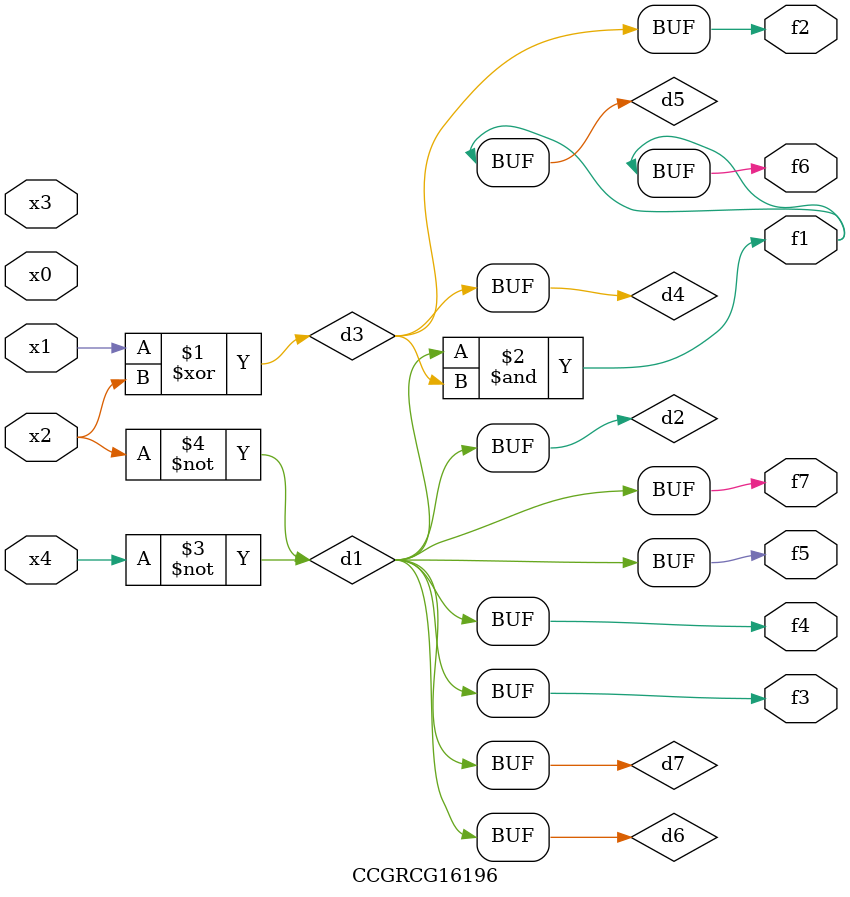
<source format=v>
module CCGRCG16196(
	input x0, x1, x2, x3, x4,
	output f1, f2, f3, f4, f5, f6, f7
);

	wire d1, d2, d3, d4, d5, d6, d7;

	not (d1, x4);
	not (d2, x2);
	xor (d3, x1, x2);
	buf (d4, d3);
	and (d5, d1, d3);
	buf (d6, d1, d2);
	buf (d7, d2);
	assign f1 = d5;
	assign f2 = d4;
	assign f3 = d7;
	assign f4 = d7;
	assign f5 = d7;
	assign f6 = d5;
	assign f7 = d7;
endmodule

</source>
